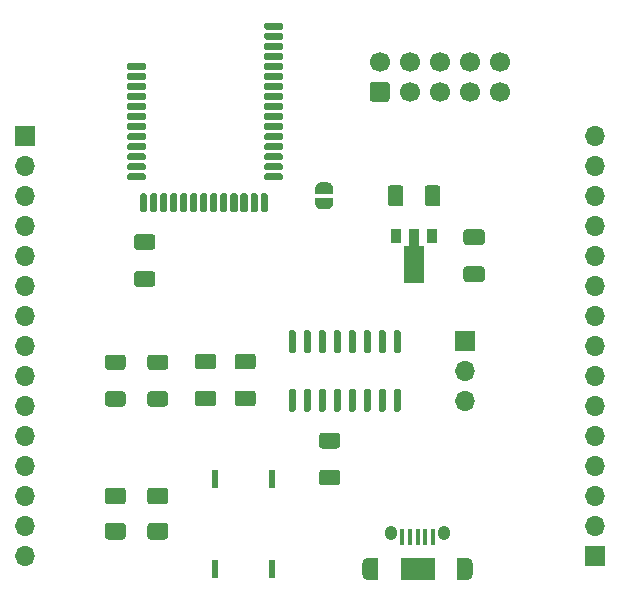
<source format=gts>
G04 #@! TF.GenerationSoftware,KiCad,Pcbnew,(5.1.10)-1*
G04 #@! TF.CreationDate,2021-12-04T16:44:40+01:00*
G04 #@! TF.ProjectId,nRF52832_development_board_schematic,6e524635-3238-4333-925f-646576656c6f,1*
G04 #@! TF.SameCoordinates,Original*
G04 #@! TF.FileFunction,Soldermask,Top*
G04 #@! TF.FilePolarity,Negative*
%FSLAX46Y46*%
G04 Gerber Fmt 4.6, Leading zero omitted, Abs format (unit mm)*
G04 Created by KiCad (PCBNEW (5.1.10)-1) date 2021-12-04 16:44:40*
%MOMM*%
%LPD*%
G01*
G04 APERTURE LIST*
%ADD10R,0.600000X1.500000*%
%ADD11C,0.152400*%
%ADD12R,0.900000X1.300000*%
%ADD13O,1.700000X1.700000*%
%ADD14R,1.700000X1.700000*%
%ADD15C,1.700000*%
%ADD16R,0.875000X1.900000*%
%ADD17R,2.900000X1.900000*%
%ADD18R,0.400000X1.350000*%
%ADD19O,1.000000X1.900000*%
%ADD20O,1.050000X1.250000*%
G04 APERTURE END LIST*
D10*
X48850000Y-100175000D03*
X48850000Y-107825000D03*
X44050000Y-100175000D03*
X44050000Y-107825000D03*
G36*
G01*
X42599999Y-92700000D02*
X43900001Y-92700000D01*
G75*
G02*
X44150000Y-92949999I0J-249999D01*
G01*
X44150000Y-93775001D01*
G75*
G02*
X43900001Y-94025000I-249999J0D01*
G01*
X42599999Y-94025000D01*
G75*
G02*
X42350000Y-93775001I0J249999D01*
G01*
X42350000Y-92949999D01*
G75*
G02*
X42599999Y-92700000I249999J0D01*
G01*
G37*
G36*
G01*
X42599999Y-89575000D02*
X43900001Y-89575000D01*
G75*
G02*
X44150000Y-89824999I0J-249999D01*
G01*
X44150000Y-90650001D01*
G75*
G02*
X43900001Y-90900000I-249999J0D01*
G01*
X42599999Y-90900000D01*
G75*
G02*
X42350000Y-90650001I0J249999D01*
G01*
X42350000Y-89824999D01*
G75*
G02*
X42599999Y-89575000I249999J0D01*
G01*
G37*
G36*
G01*
X45949999Y-92700000D02*
X47250001Y-92700000D01*
G75*
G02*
X47500000Y-92949999I0J-249999D01*
G01*
X47500000Y-93775001D01*
G75*
G02*
X47250001Y-94025000I-249999J0D01*
G01*
X45949999Y-94025000D01*
G75*
G02*
X45700000Y-93775001I0J249999D01*
G01*
X45700000Y-92949999D01*
G75*
G02*
X45949999Y-92700000I249999J0D01*
G01*
G37*
G36*
G01*
X45949999Y-89575000D02*
X47250001Y-89575000D01*
G75*
G02*
X47500000Y-89824999I0J-249999D01*
G01*
X47500000Y-90650001D01*
G75*
G02*
X47250001Y-90900000I-249999J0D01*
G01*
X45949999Y-90900000D01*
G75*
G02*
X45700000Y-90650001I0J249999D01*
G01*
X45700000Y-89824999D01*
G75*
G02*
X45949999Y-89575000I249999J0D01*
G01*
G37*
G36*
G01*
X48200000Y-62000000D02*
X48200000Y-61700000D01*
G75*
G02*
X48350000Y-61550000I150000J0D01*
G01*
X49650000Y-61550000D01*
G75*
G02*
X49800000Y-61700000I0J-150000D01*
G01*
X49800000Y-62000000D01*
G75*
G02*
X49650000Y-62150000I-150000J0D01*
G01*
X48350000Y-62150000D01*
G75*
G02*
X48200000Y-62000000I0J150000D01*
G01*
G37*
G36*
G01*
X48200000Y-62850000D02*
X48200000Y-62550000D01*
G75*
G02*
X48350000Y-62400000I150000J0D01*
G01*
X49650000Y-62400000D01*
G75*
G02*
X49800000Y-62550000I0J-150000D01*
G01*
X49800000Y-62850000D01*
G75*
G02*
X49650000Y-63000000I-150000J0D01*
G01*
X48350000Y-63000000D01*
G75*
G02*
X48200000Y-62850000I0J150000D01*
G01*
G37*
G36*
G01*
X48200000Y-63700000D02*
X48200000Y-63400000D01*
G75*
G02*
X48350000Y-63250000I150000J0D01*
G01*
X49650000Y-63250000D01*
G75*
G02*
X49800000Y-63400000I0J-150000D01*
G01*
X49800000Y-63700000D01*
G75*
G02*
X49650000Y-63850000I-150000J0D01*
G01*
X48350000Y-63850000D01*
G75*
G02*
X48200000Y-63700000I0J150000D01*
G01*
G37*
G36*
G01*
X48200000Y-64550000D02*
X48200000Y-64250000D01*
G75*
G02*
X48350000Y-64100000I150000J0D01*
G01*
X49650000Y-64100000D01*
G75*
G02*
X49800000Y-64250000I0J-150000D01*
G01*
X49800000Y-64550000D01*
G75*
G02*
X49650000Y-64700000I-150000J0D01*
G01*
X48350000Y-64700000D01*
G75*
G02*
X48200000Y-64550000I0J150000D01*
G01*
G37*
G36*
G01*
X48200000Y-65400000D02*
X48200000Y-65100000D01*
G75*
G02*
X48350000Y-64950000I150000J0D01*
G01*
X49650000Y-64950000D01*
G75*
G02*
X49800000Y-65100000I0J-150000D01*
G01*
X49800000Y-65400000D01*
G75*
G02*
X49650000Y-65550000I-150000J0D01*
G01*
X48350000Y-65550000D01*
G75*
G02*
X48200000Y-65400000I0J150000D01*
G01*
G37*
G36*
G01*
X48200000Y-66250000D02*
X48200000Y-65950000D01*
G75*
G02*
X48350000Y-65800000I150000J0D01*
G01*
X49650000Y-65800000D01*
G75*
G02*
X49800000Y-65950000I0J-150000D01*
G01*
X49800000Y-66250000D01*
G75*
G02*
X49650000Y-66400000I-150000J0D01*
G01*
X48350000Y-66400000D01*
G75*
G02*
X48200000Y-66250000I0J150000D01*
G01*
G37*
G36*
G01*
X48200000Y-67100000D02*
X48200000Y-66800000D01*
G75*
G02*
X48350000Y-66650000I150000J0D01*
G01*
X49650000Y-66650000D01*
G75*
G02*
X49800000Y-66800000I0J-150000D01*
G01*
X49800000Y-67100000D01*
G75*
G02*
X49650000Y-67250000I-150000J0D01*
G01*
X48350000Y-67250000D01*
G75*
G02*
X48200000Y-67100000I0J150000D01*
G01*
G37*
G36*
G01*
X48200000Y-67950000D02*
X48200000Y-67650000D01*
G75*
G02*
X48350000Y-67500000I150000J0D01*
G01*
X49650000Y-67500000D01*
G75*
G02*
X49800000Y-67650000I0J-150000D01*
G01*
X49800000Y-67950000D01*
G75*
G02*
X49650000Y-68100000I-150000J0D01*
G01*
X48350000Y-68100000D01*
G75*
G02*
X48200000Y-67950000I0J150000D01*
G01*
G37*
G36*
G01*
X48200000Y-68800000D02*
X48200000Y-68500000D01*
G75*
G02*
X48350000Y-68350000I150000J0D01*
G01*
X49650000Y-68350000D01*
G75*
G02*
X49800000Y-68500000I0J-150000D01*
G01*
X49800000Y-68800000D01*
G75*
G02*
X49650000Y-68950000I-150000J0D01*
G01*
X48350000Y-68950000D01*
G75*
G02*
X48200000Y-68800000I0J150000D01*
G01*
G37*
G36*
G01*
X48200000Y-69650000D02*
X48200000Y-69350000D01*
G75*
G02*
X48350000Y-69200000I150000J0D01*
G01*
X49650000Y-69200000D01*
G75*
G02*
X49800000Y-69350000I0J-150000D01*
G01*
X49800000Y-69650000D01*
G75*
G02*
X49650000Y-69800000I-150000J0D01*
G01*
X48350000Y-69800000D01*
G75*
G02*
X48200000Y-69650000I0J150000D01*
G01*
G37*
G36*
G01*
X48200000Y-70500000D02*
X48200000Y-70200000D01*
G75*
G02*
X48350000Y-70050000I150000J0D01*
G01*
X49650000Y-70050000D01*
G75*
G02*
X49800000Y-70200000I0J-150000D01*
G01*
X49800000Y-70500000D01*
G75*
G02*
X49650000Y-70650000I-150000J0D01*
G01*
X48350000Y-70650000D01*
G75*
G02*
X48200000Y-70500000I0J150000D01*
G01*
G37*
G36*
G01*
X48200000Y-71350000D02*
X48200000Y-71050000D01*
G75*
G02*
X48350000Y-70900000I150000J0D01*
G01*
X49650000Y-70900000D01*
G75*
G02*
X49800000Y-71050000I0J-150000D01*
G01*
X49800000Y-71350000D01*
G75*
G02*
X49650000Y-71500000I-150000J0D01*
G01*
X48350000Y-71500000D01*
G75*
G02*
X48200000Y-71350000I0J150000D01*
G01*
G37*
G36*
G01*
X48200000Y-72200000D02*
X48200000Y-71900000D01*
G75*
G02*
X48350000Y-71750000I150000J0D01*
G01*
X49650000Y-71750000D01*
G75*
G02*
X49800000Y-71900000I0J-150000D01*
G01*
X49800000Y-72200000D01*
G75*
G02*
X49650000Y-72350000I-150000J0D01*
G01*
X48350000Y-72350000D01*
G75*
G02*
X48200000Y-72200000I0J150000D01*
G01*
G37*
G36*
G01*
X48200000Y-73050000D02*
X48200000Y-72750000D01*
G75*
G02*
X48350000Y-72600000I150000J0D01*
G01*
X49650000Y-72600000D01*
G75*
G02*
X49800000Y-72750000I0J-150000D01*
G01*
X49800000Y-73050000D01*
G75*
G02*
X49650000Y-73200000I-150000J0D01*
G01*
X48350000Y-73200000D01*
G75*
G02*
X48200000Y-73050000I0J150000D01*
G01*
G37*
G36*
G01*
X48200000Y-73900000D02*
X48200000Y-73600000D01*
G75*
G02*
X48350000Y-73450000I150000J0D01*
G01*
X49650000Y-73450000D01*
G75*
G02*
X49800000Y-73600000I0J-150000D01*
G01*
X49800000Y-73900000D01*
G75*
G02*
X49650000Y-74050000I-150000J0D01*
G01*
X48350000Y-74050000D01*
G75*
G02*
X48200000Y-73900000I0J150000D01*
G01*
G37*
G36*
G01*
X48200000Y-74750000D02*
X48200000Y-74450000D01*
G75*
G02*
X48350000Y-74300000I150000J0D01*
G01*
X49650000Y-74300000D01*
G75*
G02*
X49800000Y-74450000I0J-150000D01*
G01*
X49800000Y-74750000D01*
G75*
G02*
X49650000Y-74900000I-150000J0D01*
G01*
X48350000Y-74900000D01*
G75*
G02*
X48200000Y-74750000I0J150000D01*
G01*
G37*
G36*
G01*
X37700000Y-77450000D02*
X37700000Y-76150000D01*
G75*
G02*
X37850000Y-76000000I150000J0D01*
G01*
X38150000Y-76000000D01*
G75*
G02*
X38300000Y-76150000I0J-150000D01*
G01*
X38300000Y-77450000D01*
G75*
G02*
X38150000Y-77600000I-150000J0D01*
G01*
X37850000Y-77600000D01*
G75*
G02*
X37700000Y-77450000I0J150000D01*
G01*
G37*
G36*
G01*
X38550000Y-77450000D02*
X38550000Y-76150000D01*
G75*
G02*
X38700000Y-76000000I150000J0D01*
G01*
X39000000Y-76000000D01*
G75*
G02*
X39150000Y-76150000I0J-150000D01*
G01*
X39150000Y-77450000D01*
G75*
G02*
X39000000Y-77600000I-150000J0D01*
G01*
X38700000Y-77600000D01*
G75*
G02*
X38550000Y-77450000I0J150000D01*
G01*
G37*
G36*
G01*
X39400000Y-77450000D02*
X39400000Y-76150000D01*
G75*
G02*
X39550000Y-76000000I150000J0D01*
G01*
X39850000Y-76000000D01*
G75*
G02*
X40000000Y-76150000I0J-150000D01*
G01*
X40000000Y-77450000D01*
G75*
G02*
X39850000Y-77600000I-150000J0D01*
G01*
X39550000Y-77600000D01*
G75*
G02*
X39400000Y-77450000I0J150000D01*
G01*
G37*
G36*
G01*
X40250000Y-77450000D02*
X40250000Y-76150000D01*
G75*
G02*
X40400000Y-76000000I150000J0D01*
G01*
X40700000Y-76000000D01*
G75*
G02*
X40850000Y-76150000I0J-150000D01*
G01*
X40850000Y-77450000D01*
G75*
G02*
X40700000Y-77600000I-150000J0D01*
G01*
X40400000Y-77600000D01*
G75*
G02*
X40250000Y-77450000I0J150000D01*
G01*
G37*
G36*
G01*
X41100000Y-77450000D02*
X41100000Y-76150000D01*
G75*
G02*
X41250000Y-76000000I150000J0D01*
G01*
X41550000Y-76000000D01*
G75*
G02*
X41700000Y-76150000I0J-150000D01*
G01*
X41700000Y-77450000D01*
G75*
G02*
X41550000Y-77600000I-150000J0D01*
G01*
X41250000Y-77600000D01*
G75*
G02*
X41100000Y-77450000I0J150000D01*
G01*
G37*
G36*
G01*
X41950000Y-77450000D02*
X41950000Y-76150000D01*
G75*
G02*
X42100000Y-76000000I150000J0D01*
G01*
X42400000Y-76000000D01*
G75*
G02*
X42550000Y-76150000I0J-150000D01*
G01*
X42550000Y-77450000D01*
G75*
G02*
X42400000Y-77600000I-150000J0D01*
G01*
X42100000Y-77600000D01*
G75*
G02*
X41950000Y-77450000I0J150000D01*
G01*
G37*
G36*
G01*
X42800000Y-77450000D02*
X42800000Y-76150000D01*
G75*
G02*
X42950000Y-76000000I150000J0D01*
G01*
X43250000Y-76000000D01*
G75*
G02*
X43400000Y-76150000I0J-150000D01*
G01*
X43400000Y-77450000D01*
G75*
G02*
X43250000Y-77600000I-150000J0D01*
G01*
X42950000Y-77600000D01*
G75*
G02*
X42800000Y-77450000I0J150000D01*
G01*
G37*
G36*
G01*
X43650000Y-77450000D02*
X43650000Y-76150000D01*
G75*
G02*
X43800000Y-76000000I150000J0D01*
G01*
X44100000Y-76000000D01*
G75*
G02*
X44250000Y-76150000I0J-150000D01*
G01*
X44250000Y-77450000D01*
G75*
G02*
X44100000Y-77600000I-150000J0D01*
G01*
X43800000Y-77600000D01*
G75*
G02*
X43650000Y-77450000I0J150000D01*
G01*
G37*
G36*
G01*
X44500000Y-77450000D02*
X44500000Y-76150000D01*
G75*
G02*
X44650000Y-76000000I150000J0D01*
G01*
X44950000Y-76000000D01*
G75*
G02*
X45100000Y-76150000I0J-150000D01*
G01*
X45100000Y-77450000D01*
G75*
G02*
X44950000Y-77600000I-150000J0D01*
G01*
X44650000Y-77600000D01*
G75*
G02*
X44500000Y-77450000I0J150000D01*
G01*
G37*
G36*
G01*
X45350000Y-77450000D02*
X45350000Y-76150000D01*
G75*
G02*
X45500000Y-76000000I150000J0D01*
G01*
X45800000Y-76000000D01*
G75*
G02*
X45950000Y-76150000I0J-150000D01*
G01*
X45950000Y-77450000D01*
G75*
G02*
X45800000Y-77600000I-150000J0D01*
G01*
X45500000Y-77600000D01*
G75*
G02*
X45350000Y-77450000I0J150000D01*
G01*
G37*
G36*
G01*
X46200000Y-77450000D02*
X46200000Y-76150000D01*
G75*
G02*
X46350000Y-76000000I150000J0D01*
G01*
X46650000Y-76000000D01*
G75*
G02*
X46800000Y-76150000I0J-150000D01*
G01*
X46800000Y-77450000D01*
G75*
G02*
X46650000Y-77600000I-150000J0D01*
G01*
X46350000Y-77600000D01*
G75*
G02*
X46200000Y-77450000I0J150000D01*
G01*
G37*
G36*
G01*
X47050000Y-77450000D02*
X47050000Y-76150000D01*
G75*
G02*
X47200000Y-76000000I150000J0D01*
G01*
X47500000Y-76000000D01*
G75*
G02*
X47650000Y-76150000I0J-150000D01*
G01*
X47650000Y-77450000D01*
G75*
G02*
X47500000Y-77600000I-150000J0D01*
G01*
X47200000Y-77600000D01*
G75*
G02*
X47050000Y-77450000I0J150000D01*
G01*
G37*
G36*
G01*
X47900000Y-77450000D02*
X47900000Y-76150000D01*
G75*
G02*
X48050000Y-76000000I150000J0D01*
G01*
X48350000Y-76000000D01*
G75*
G02*
X48500000Y-76150000I0J-150000D01*
G01*
X48500000Y-77450000D01*
G75*
G02*
X48350000Y-77600000I-150000J0D01*
G01*
X48050000Y-77600000D01*
G75*
G02*
X47900000Y-77450000I0J150000D01*
G01*
G37*
G36*
G01*
X36600000Y-65400000D02*
X36600000Y-65100000D01*
G75*
G02*
X36750000Y-64950000I150000J0D01*
G01*
X38050000Y-64950000D01*
G75*
G02*
X38200000Y-65100000I0J-150000D01*
G01*
X38200000Y-65400000D01*
G75*
G02*
X38050000Y-65550000I-150000J0D01*
G01*
X36750000Y-65550000D01*
G75*
G02*
X36600000Y-65400000I0J150000D01*
G01*
G37*
G36*
G01*
X36600000Y-66250000D02*
X36600000Y-65950000D01*
G75*
G02*
X36750000Y-65800000I150000J0D01*
G01*
X38050000Y-65800000D01*
G75*
G02*
X38200000Y-65950000I0J-150000D01*
G01*
X38200000Y-66250000D01*
G75*
G02*
X38050000Y-66400000I-150000J0D01*
G01*
X36750000Y-66400000D01*
G75*
G02*
X36600000Y-66250000I0J150000D01*
G01*
G37*
G36*
G01*
X36600000Y-67100000D02*
X36600000Y-66800000D01*
G75*
G02*
X36750000Y-66650000I150000J0D01*
G01*
X38050000Y-66650000D01*
G75*
G02*
X38200000Y-66800000I0J-150000D01*
G01*
X38200000Y-67100000D01*
G75*
G02*
X38050000Y-67250000I-150000J0D01*
G01*
X36750000Y-67250000D01*
G75*
G02*
X36600000Y-67100000I0J150000D01*
G01*
G37*
G36*
G01*
X36600000Y-67950000D02*
X36600000Y-67650000D01*
G75*
G02*
X36750000Y-67500000I150000J0D01*
G01*
X38050000Y-67500000D01*
G75*
G02*
X38200000Y-67650000I0J-150000D01*
G01*
X38200000Y-67950000D01*
G75*
G02*
X38050000Y-68100000I-150000J0D01*
G01*
X36750000Y-68100000D01*
G75*
G02*
X36600000Y-67950000I0J150000D01*
G01*
G37*
G36*
G01*
X36600000Y-68800000D02*
X36600000Y-68500000D01*
G75*
G02*
X36750000Y-68350000I150000J0D01*
G01*
X38050000Y-68350000D01*
G75*
G02*
X38200000Y-68500000I0J-150000D01*
G01*
X38200000Y-68800000D01*
G75*
G02*
X38050000Y-68950000I-150000J0D01*
G01*
X36750000Y-68950000D01*
G75*
G02*
X36600000Y-68800000I0J150000D01*
G01*
G37*
G36*
G01*
X36600000Y-69650000D02*
X36600000Y-69350000D01*
G75*
G02*
X36750000Y-69200000I150000J0D01*
G01*
X38050000Y-69200000D01*
G75*
G02*
X38200000Y-69350000I0J-150000D01*
G01*
X38200000Y-69650000D01*
G75*
G02*
X38050000Y-69800000I-150000J0D01*
G01*
X36750000Y-69800000D01*
G75*
G02*
X36600000Y-69650000I0J150000D01*
G01*
G37*
G36*
G01*
X36600000Y-70500000D02*
X36600000Y-70200000D01*
G75*
G02*
X36750000Y-70050000I150000J0D01*
G01*
X38050000Y-70050000D01*
G75*
G02*
X38200000Y-70200000I0J-150000D01*
G01*
X38200000Y-70500000D01*
G75*
G02*
X38050000Y-70650000I-150000J0D01*
G01*
X36750000Y-70650000D01*
G75*
G02*
X36600000Y-70500000I0J150000D01*
G01*
G37*
G36*
G01*
X36600000Y-71350000D02*
X36600000Y-71050000D01*
G75*
G02*
X36750000Y-70900000I150000J0D01*
G01*
X38050000Y-70900000D01*
G75*
G02*
X38200000Y-71050000I0J-150000D01*
G01*
X38200000Y-71350000D01*
G75*
G02*
X38050000Y-71500000I-150000J0D01*
G01*
X36750000Y-71500000D01*
G75*
G02*
X36600000Y-71350000I0J150000D01*
G01*
G37*
G36*
G01*
X36600000Y-72200000D02*
X36600000Y-71900000D01*
G75*
G02*
X36750000Y-71750000I150000J0D01*
G01*
X38050000Y-71750000D01*
G75*
G02*
X38200000Y-71900000I0J-150000D01*
G01*
X38200000Y-72200000D01*
G75*
G02*
X38050000Y-72350000I-150000J0D01*
G01*
X36750000Y-72350000D01*
G75*
G02*
X36600000Y-72200000I0J150000D01*
G01*
G37*
G36*
G01*
X36600000Y-73050000D02*
X36600000Y-72750000D01*
G75*
G02*
X36750000Y-72600000I150000J0D01*
G01*
X38050000Y-72600000D01*
G75*
G02*
X38200000Y-72750000I0J-150000D01*
G01*
X38200000Y-73050000D01*
G75*
G02*
X38050000Y-73200000I-150000J0D01*
G01*
X36750000Y-73200000D01*
G75*
G02*
X36600000Y-73050000I0J150000D01*
G01*
G37*
G36*
G01*
X36600000Y-73900000D02*
X36600000Y-73600000D01*
G75*
G02*
X36750000Y-73450000I150000J0D01*
G01*
X38050000Y-73450000D01*
G75*
G02*
X38200000Y-73600000I0J-150000D01*
G01*
X38200000Y-73900000D01*
G75*
G02*
X38050000Y-74050000I-150000J0D01*
G01*
X36750000Y-74050000D01*
G75*
G02*
X36600000Y-73900000I0J150000D01*
G01*
G37*
G36*
G01*
X36600000Y-74750000D02*
X36600000Y-74450000D01*
G75*
G02*
X36750000Y-74300000I150000J0D01*
G01*
X38050000Y-74300000D01*
G75*
G02*
X38200000Y-74450000I0J-150000D01*
G01*
X38200000Y-74750000D01*
G75*
G02*
X38050000Y-74900000I-150000J0D01*
G01*
X36750000Y-74900000D01*
G75*
G02*
X36600000Y-74750000I0J150000D01*
G01*
G37*
D11*
G36*
X60033500Y-83580000D02*
G01*
X60033500Y-80455000D01*
X60450000Y-80455000D01*
X60450000Y-78980000D01*
X61350000Y-78980000D01*
X61350000Y-80455000D01*
X61766500Y-80455000D01*
X61766500Y-83580000D01*
X60033500Y-83580000D01*
G37*
D12*
X59400000Y-79630000D03*
X62400000Y-79630000D03*
G36*
G01*
X50725000Y-89540000D02*
X50425000Y-89540000D01*
G75*
G02*
X50275000Y-89390000I0J150000D01*
G01*
X50275000Y-87740000D01*
G75*
G02*
X50425000Y-87590000I150000J0D01*
G01*
X50725000Y-87590000D01*
G75*
G02*
X50875000Y-87740000I0J-150000D01*
G01*
X50875000Y-89390000D01*
G75*
G02*
X50725000Y-89540000I-150000J0D01*
G01*
G37*
G36*
G01*
X51995000Y-89540000D02*
X51695000Y-89540000D01*
G75*
G02*
X51545000Y-89390000I0J150000D01*
G01*
X51545000Y-87740000D01*
G75*
G02*
X51695000Y-87590000I150000J0D01*
G01*
X51995000Y-87590000D01*
G75*
G02*
X52145000Y-87740000I0J-150000D01*
G01*
X52145000Y-89390000D01*
G75*
G02*
X51995000Y-89540000I-150000J0D01*
G01*
G37*
G36*
G01*
X53265000Y-89540000D02*
X52965000Y-89540000D01*
G75*
G02*
X52815000Y-89390000I0J150000D01*
G01*
X52815000Y-87740000D01*
G75*
G02*
X52965000Y-87590000I150000J0D01*
G01*
X53265000Y-87590000D01*
G75*
G02*
X53415000Y-87740000I0J-150000D01*
G01*
X53415000Y-89390000D01*
G75*
G02*
X53265000Y-89540000I-150000J0D01*
G01*
G37*
G36*
G01*
X54535000Y-89540000D02*
X54235000Y-89540000D01*
G75*
G02*
X54085000Y-89390000I0J150000D01*
G01*
X54085000Y-87740000D01*
G75*
G02*
X54235000Y-87590000I150000J0D01*
G01*
X54535000Y-87590000D01*
G75*
G02*
X54685000Y-87740000I0J-150000D01*
G01*
X54685000Y-89390000D01*
G75*
G02*
X54535000Y-89540000I-150000J0D01*
G01*
G37*
G36*
G01*
X55805000Y-89540000D02*
X55505000Y-89540000D01*
G75*
G02*
X55355000Y-89390000I0J150000D01*
G01*
X55355000Y-87740000D01*
G75*
G02*
X55505000Y-87590000I150000J0D01*
G01*
X55805000Y-87590000D01*
G75*
G02*
X55955000Y-87740000I0J-150000D01*
G01*
X55955000Y-89390000D01*
G75*
G02*
X55805000Y-89540000I-150000J0D01*
G01*
G37*
G36*
G01*
X57075000Y-89540000D02*
X56775000Y-89540000D01*
G75*
G02*
X56625000Y-89390000I0J150000D01*
G01*
X56625000Y-87740000D01*
G75*
G02*
X56775000Y-87590000I150000J0D01*
G01*
X57075000Y-87590000D01*
G75*
G02*
X57225000Y-87740000I0J-150000D01*
G01*
X57225000Y-89390000D01*
G75*
G02*
X57075000Y-89540000I-150000J0D01*
G01*
G37*
G36*
G01*
X58345000Y-89540000D02*
X58045000Y-89540000D01*
G75*
G02*
X57895000Y-89390000I0J150000D01*
G01*
X57895000Y-87740000D01*
G75*
G02*
X58045000Y-87590000I150000J0D01*
G01*
X58345000Y-87590000D01*
G75*
G02*
X58495000Y-87740000I0J-150000D01*
G01*
X58495000Y-89390000D01*
G75*
G02*
X58345000Y-89540000I-150000J0D01*
G01*
G37*
G36*
G01*
X59615000Y-89540000D02*
X59315000Y-89540000D01*
G75*
G02*
X59165000Y-89390000I0J150000D01*
G01*
X59165000Y-87740000D01*
G75*
G02*
X59315000Y-87590000I150000J0D01*
G01*
X59615000Y-87590000D01*
G75*
G02*
X59765000Y-87740000I0J-150000D01*
G01*
X59765000Y-89390000D01*
G75*
G02*
X59615000Y-89540000I-150000J0D01*
G01*
G37*
G36*
G01*
X59615000Y-94490000D02*
X59315000Y-94490000D01*
G75*
G02*
X59165000Y-94340000I0J150000D01*
G01*
X59165000Y-92690000D01*
G75*
G02*
X59315000Y-92540000I150000J0D01*
G01*
X59615000Y-92540000D01*
G75*
G02*
X59765000Y-92690000I0J-150000D01*
G01*
X59765000Y-94340000D01*
G75*
G02*
X59615000Y-94490000I-150000J0D01*
G01*
G37*
G36*
G01*
X58345000Y-94490000D02*
X58045000Y-94490000D01*
G75*
G02*
X57895000Y-94340000I0J150000D01*
G01*
X57895000Y-92690000D01*
G75*
G02*
X58045000Y-92540000I150000J0D01*
G01*
X58345000Y-92540000D01*
G75*
G02*
X58495000Y-92690000I0J-150000D01*
G01*
X58495000Y-94340000D01*
G75*
G02*
X58345000Y-94490000I-150000J0D01*
G01*
G37*
G36*
G01*
X57075000Y-94490000D02*
X56775000Y-94490000D01*
G75*
G02*
X56625000Y-94340000I0J150000D01*
G01*
X56625000Y-92690000D01*
G75*
G02*
X56775000Y-92540000I150000J0D01*
G01*
X57075000Y-92540000D01*
G75*
G02*
X57225000Y-92690000I0J-150000D01*
G01*
X57225000Y-94340000D01*
G75*
G02*
X57075000Y-94490000I-150000J0D01*
G01*
G37*
G36*
G01*
X55805000Y-94490000D02*
X55505000Y-94490000D01*
G75*
G02*
X55355000Y-94340000I0J150000D01*
G01*
X55355000Y-92690000D01*
G75*
G02*
X55505000Y-92540000I150000J0D01*
G01*
X55805000Y-92540000D01*
G75*
G02*
X55955000Y-92690000I0J-150000D01*
G01*
X55955000Y-94340000D01*
G75*
G02*
X55805000Y-94490000I-150000J0D01*
G01*
G37*
G36*
G01*
X54535000Y-94490000D02*
X54235000Y-94490000D01*
G75*
G02*
X54085000Y-94340000I0J150000D01*
G01*
X54085000Y-92690000D01*
G75*
G02*
X54235000Y-92540000I150000J0D01*
G01*
X54535000Y-92540000D01*
G75*
G02*
X54685000Y-92690000I0J-150000D01*
G01*
X54685000Y-94340000D01*
G75*
G02*
X54535000Y-94490000I-150000J0D01*
G01*
G37*
G36*
G01*
X53265000Y-94490000D02*
X52965000Y-94490000D01*
G75*
G02*
X52815000Y-94340000I0J150000D01*
G01*
X52815000Y-92690000D01*
G75*
G02*
X52965000Y-92540000I150000J0D01*
G01*
X53265000Y-92540000D01*
G75*
G02*
X53415000Y-92690000I0J-150000D01*
G01*
X53415000Y-94340000D01*
G75*
G02*
X53265000Y-94490000I-150000J0D01*
G01*
G37*
G36*
G01*
X51995000Y-94490000D02*
X51695000Y-94490000D01*
G75*
G02*
X51545000Y-94340000I0J150000D01*
G01*
X51545000Y-92690000D01*
G75*
G02*
X51695000Y-92540000I150000J0D01*
G01*
X51995000Y-92540000D01*
G75*
G02*
X52145000Y-92690000I0J-150000D01*
G01*
X52145000Y-94340000D01*
G75*
G02*
X51995000Y-94490000I-150000J0D01*
G01*
G37*
G36*
G01*
X50725000Y-94490000D02*
X50425000Y-94490000D01*
G75*
G02*
X50275000Y-94340000I0J150000D01*
G01*
X50275000Y-92690000D01*
G75*
G02*
X50425000Y-92540000I150000J0D01*
G01*
X50725000Y-92540000D01*
G75*
G02*
X50875000Y-92690000I0J-150000D01*
G01*
X50875000Y-94340000D01*
G75*
G02*
X50725000Y-94490000I-150000J0D01*
G01*
G37*
G36*
G01*
X34975000Y-92750000D02*
X36225000Y-92750000D01*
G75*
G02*
X36475000Y-93000000I0J-250000D01*
G01*
X36475000Y-93800000D01*
G75*
G02*
X36225000Y-94050000I-250000J0D01*
G01*
X34975000Y-94050000D01*
G75*
G02*
X34725000Y-93800000I0J250000D01*
G01*
X34725000Y-93000000D01*
G75*
G02*
X34975000Y-92750000I250000J0D01*
G01*
G37*
G36*
G01*
X34975000Y-89650000D02*
X36225000Y-89650000D01*
G75*
G02*
X36475000Y-89900000I0J-250000D01*
G01*
X36475000Y-90700000D01*
G75*
G02*
X36225000Y-90950000I-250000J0D01*
G01*
X34975000Y-90950000D01*
G75*
G02*
X34725000Y-90700000I0J250000D01*
G01*
X34725000Y-89900000D01*
G75*
G02*
X34975000Y-89650000I250000J0D01*
G01*
G37*
G36*
G01*
X38575000Y-92750000D02*
X39825000Y-92750000D01*
G75*
G02*
X40075000Y-93000000I0J-250000D01*
G01*
X40075000Y-93800000D01*
G75*
G02*
X39825000Y-94050000I-250000J0D01*
G01*
X38575000Y-94050000D01*
G75*
G02*
X38325000Y-93800000I0J250000D01*
G01*
X38325000Y-93000000D01*
G75*
G02*
X38575000Y-92750000I250000J0D01*
G01*
G37*
G36*
G01*
X38575000Y-89650000D02*
X39825000Y-89650000D01*
G75*
G02*
X40075000Y-89900000I0J-250000D01*
G01*
X40075000Y-90700000D01*
G75*
G02*
X39825000Y-90950000I-250000J0D01*
G01*
X38575000Y-90950000D01*
G75*
G02*
X38325000Y-90700000I0J250000D01*
G01*
X38325000Y-89900000D01*
G75*
G02*
X38575000Y-89650000I250000J0D01*
G01*
G37*
D11*
G36*
X52530602Y-75550000D02*
G01*
X52530602Y-75525466D01*
X52535412Y-75476635D01*
X52544984Y-75428510D01*
X52559228Y-75381555D01*
X52578005Y-75336222D01*
X52601136Y-75292949D01*
X52628396Y-75252150D01*
X52659524Y-75214221D01*
X52694221Y-75179524D01*
X52732150Y-75148396D01*
X52772949Y-75121136D01*
X52816222Y-75098005D01*
X52861555Y-75079228D01*
X52908510Y-75064984D01*
X52956635Y-75055412D01*
X53005466Y-75050602D01*
X53030000Y-75050602D01*
X53030000Y-75050000D01*
X53530000Y-75050000D01*
X53530000Y-75050602D01*
X53554534Y-75050602D01*
X53603365Y-75055412D01*
X53651490Y-75064984D01*
X53698445Y-75079228D01*
X53743778Y-75098005D01*
X53787051Y-75121136D01*
X53827850Y-75148396D01*
X53865779Y-75179524D01*
X53900476Y-75214221D01*
X53931604Y-75252150D01*
X53958864Y-75292949D01*
X53981995Y-75336222D01*
X54000772Y-75381555D01*
X54015016Y-75428510D01*
X54024588Y-75476635D01*
X54029398Y-75525466D01*
X54029398Y-75550000D01*
X54030000Y-75550000D01*
X54030000Y-76050000D01*
X52530000Y-76050000D01*
X52530000Y-75550000D01*
X52530602Y-75550000D01*
G37*
G36*
X54030000Y-76350000D02*
G01*
X54030000Y-76850000D01*
X54029398Y-76850000D01*
X54029398Y-76874534D01*
X54024588Y-76923365D01*
X54015016Y-76971490D01*
X54000772Y-77018445D01*
X53981995Y-77063778D01*
X53958864Y-77107051D01*
X53931604Y-77147850D01*
X53900476Y-77185779D01*
X53865779Y-77220476D01*
X53827850Y-77251604D01*
X53787051Y-77278864D01*
X53743778Y-77301995D01*
X53698445Y-77320772D01*
X53651490Y-77335016D01*
X53603365Y-77344588D01*
X53554534Y-77349398D01*
X53530000Y-77349398D01*
X53530000Y-77350000D01*
X53030000Y-77350000D01*
X53030000Y-77349398D01*
X53005466Y-77349398D01*
X52956635Y-77344588D01*
X52908510Y-77335016D01*
X52861555Y-77320772D01*
X52816222Y-77301995D01*
X52772949Y-77278864D01*
X52732150Y-77251604D01*
X52694221Y-77220476D01*
X52659524Y-77185779D01*
X52628396Y-77147850D01*
X52601136Y-77107051D01*
X52578005Y-77063778D01*
X52559228Y-77018445D01*
X52544984Y-76971490D01*
X52535412Y-76923365D01*
X52530602Y-76874534D01*
X52530602Y-76850000D01*
X52530000Y-76850000D01*
X52530000Y-76350000D01*
X54030000Y-76350000D01*
G37*
D13*
X27940000Y-106680000D03*
X27940000Y-104140000D03*
X27940000Y-101600000D03*
X27940000Y-99060000D03*
X27940000Y-96520000D03*
X27940000Y-93980000D03*
X27940000Y-91440000D03*
X27940000Y-88900000D03*
X27940000Y-86360000D03*
X27940000Y-83820000D03*
X27940000Y-81280000D03*
X27940000Y-78740000D03*
X27940000Y-76200000D03*
X27940000Y-73660000D03*
D14*
X27940000Y-71120000D03*
D13*
X76200000Y-71120000D03*
X76200000Y-73660000D03*
X76200000Y-76200000D03*
X76200000Y-78740000D03*
X76200000Y-81280000D03*
X76200000Y-83820000D03*
X76200000Y-86360000D03*
X76200000Y-88900000D03*
X76200000Y-91440000D03*
X76200000Y-93980000D03*
X76200000Y-96520000D03*
X76200000Y-99060000D03*
X76200000Y-101600000D03*
X76200000Y-104140000D03*
D14*
X76200000Y-106680000D03*
D15*
X68140000Y-64860000D03*
X65600000Y-64860000D03*
X63060000Y-64860000D03*
X60520000Y-64860000D03*
X57980000Y-64860000D03*
X68140000Y-67400000D03*
X65600000Y-67400000D03*
X63060000Y-67400000D03*
X60520000Y-67400000D03*
G36*
G01*
X58580000Y-68250000D02*
X57380000Y-68250000D01*
G75*
G02*
X57130000Y-68000000I0J250000D01*
G01*
X57130000Y-66800000D01*
G75*
G02*
X57380000Y-66550000I250000J0D01*
G01*
X58580000Y-66550000D01*
G75*
G02*
X58830000Y-66800000I0J-250000D01*
G01*
X58830000Y-68000000D01*
G75*
G02*
X58580000Y-68250000I-250000J0D01*
G01*
G37*
D13*
X65180000Y-93580000D03*
X65180000Y-91040000D03*
D14*
X65180000Y-88500000D03*
D16*
X57462500Y-107770000D03*
X64937500Y-107770000D03*
D17*
X61200000Y-107770000D03*
D18*
X61850000Y-105095000D03*
D19*
X65375000Y-107770000D03*
X57025000Y-107770000D03*
D20*
X63425000Y-104770000D03*
D18*
X62500000Y-105095000D03*
X61200000Y-105095000D03*
X60550000Y-105095000D03*
X59900000Y-105095000D03*
D20*
X58975000Y-104770000D03*
G36*
G01*
X36225000Y-102337500D02*
X34975000Y-102337500D01*
G75*
G02*
X34725000Y-102087500I0J250000D01*
G01*
X34725000Y-101162500D01*
G75*
G02*
X34975000Y-100912500I250000J0D01*
G01*
X36225000Y-100912500D01*
G75*
G02*
X36475000Y-101162500I0J-250000D01*
G01*
X36475000Y-102087500D01*
G75*
G02*
X36225000Y-102337500I-250000J0D01*
G01*
G37*
G36*
G01*
X36225000Y-105312500D02*
X34975000Y-105312500D01*
G75*
G02*
X34725000Y-105062500I0J250000D01*
G01*
X34725000Y-104137500D01*
G75*
G02*
X34975000Y-103887500I250000J0D01*
G01*
X36225000Y-103887500D01*
G75*
G02*
X36475000Y-104137500I0J-250000D01*
G01*
X36475000Y-105062500D01*
G75*
G02*
X36225000Y-105312500I-250000J0D01*
G01*
G37*
G36*
G01*
X39825000Y-102337500D02*
X38575000Y-102337500D01*
G75*
G02*
X38325000Y-102087500I0J250000D01*
G01*
X38325000Y-101162500D01*
G75*
G02*
X38575000Y-100912500I250000J0D01*
G01*
X39825000Y-100912500D01*
G75*
G02*
X40075000Y-101162500I0J-250000D01*
G01*
X40075000Y-102087500D01*
G75*
G02*
X39825000Y-102337500I-250000J0D01*
G01*
G37*
G36*
G01*
X39825000Y-105312500D02*
X38575000Y-105312500D01*
G75*
G02*
X38325000Y-105062500I0J250000D01*
G01*
X38325000Y-104137500D01*
G75*
G02*
X38575000Y-103887500I250000J0D01*
G01*
X39825000Y-103887500D01*
G75*
G02*
X40075000Y-104137500I0J-250000D01*
G01*
X40075000Y-105062500D01*
G75*
G02*
X39825000Y-105312500I-250000J0D01*
G01*
G37*
G36*
G01*
X37449999Y-82580000D02*
X38750001Y-82580000D01*
G75*
G02*
X39000000Y-82829999I0J-249999D01*
G01*
X39000000Y-83655001D01*
G75*
G02*
X38750001Y-83905000I-249999J0D01*
G01*
X37449999Y-83905000D01*
G75*
G02*
X37200000Y-83655001I0J249999D01*
G01*
X37200000Y-82829999D01*
G75*
G02*
X37449999Y-82580000I249999J0D01*
G01*
G37*
G36*
G01*
X37449999Y-79455000D02*
X38750001Y-79455000D01*
G75*
G02*
X39000000Y-79704999I0J-249999D01*
G01*
X39000000Y-80530001D01*
G75*
G02*
X38750001Y-80780000I-249999J0D01*
G01*
X37449999Y-80780000D01*
G75*
G02*
X37200000Y-80530001I0J249999D01*
G01*
X37200000Y-79704999D01*
G75*
G02*
X37449999Y-79455000I249999J0D01*
G01*
G37*
G36*
G01*
X61800000Y-76850001D02*
X61800000Y-75549999D01*
G75*
G02*
X62049999Y-75300000I249999J0D01*
G01*
X62875001Y-75300000D01*
G75*
G02*
X63125000Y-75549999I0J-249999D01*
G01*
X63125000Y-76850001D01*
G75*
G02*
X62875001Y-77100000I-249999J0D01*
G01*
X62049999Y-77100000D01*
G75*
G02*
X61800000Y-76850001I0J249999D01*
G01*
G37*
G36*
G01*
X58675000Y-76850001D02*
X58675000Y-75549999D01*
G75*
G02*
X58924999Y-75300000I249999J0D01*
G01*
X59750001Y-75300000D01*
G75*
G02*
X60000000Y-75549999I0J-249999D01*
G01*
X60000000Y-76850001D01*
G75*
G02*
X59750001Y-77100000I-249999J0D01*
G01*
X58924999Y-77100000D01*
G75*
G02*
X58675000Y-76850001I0J249999D01*
G01*
G37*
G36*
G01*
X53099999Y-99400000D02*
X54400001Y-99400000D01*
G75*
G02*
X54650000Y-99649999I0J-249999D01*
G01*
X54650000Y-100475001D01*
G75*
G02*
X54400001Y-100725000I-249999J0D01*
G01*
X53099999Y-100725000D01*
G75*
G02*
X52850000Y-100475001I0J249999D01*
G01*
X52850000Y-99649999D01*
G75*
G02*
X53099999Y-99400000I249999J0D01*
G01*
G37*
G36*
G01*
X53099999Y-96275000D02*
X54400001Y-96275000D01*
G75*
G02*
X54650000Y-96524999I0J-249999D01*
G01*
X54650000Y-97350001D01*
G75*
G02*
X54400001Y-97600000I-249999J0D01*
G01*
X53099999Y-97600000D01*
G75*
G02*
X52850000Y-97350001I0J249999D01*
G01*
X52850000Y-96524999D01*
G75*
G02*
X53099999Y-96275000I249999J0D01*
G01*
G37*
G36*
G01*
X66630001Y-80380000D02*
X65329999Y-80380000D01*
G75*
G02*
X65080000Y-80130001I0J249999D01*
G01*
X65080000Y-79304999D01*
G75*
G02*
X65329999Y-79055000I249999J0D01*
G01*
X66630001Y-79055000D01*
G75*
G02*
X66880000Y-79304999I0J-249999D01*
G01*
X66880000Y-80130001D01*
G75*
G02*
X66630001Y-80380000I-249999J0D01*
G01*
G37*
G36*
G01*
X66630001Y-83505000D02*
X65329999Y-83505000D01*
G75*
G02*
X65080000Y-83255001I0J249999D01*
G01*
X65080000Y-82429999D01*
G75*
G02*
X65329999Y-82180000I249999J0D01*
G01*
X66630001Y-82180000D01*
G75*
G02*
X66880000Y-82429999I0J-249999D01*
G01*
X66880000Y-83255001D01*
G75*
G02*
X66630001Y-83505000I-249999J0D01*
G01*
G37*
M02*

</source>
